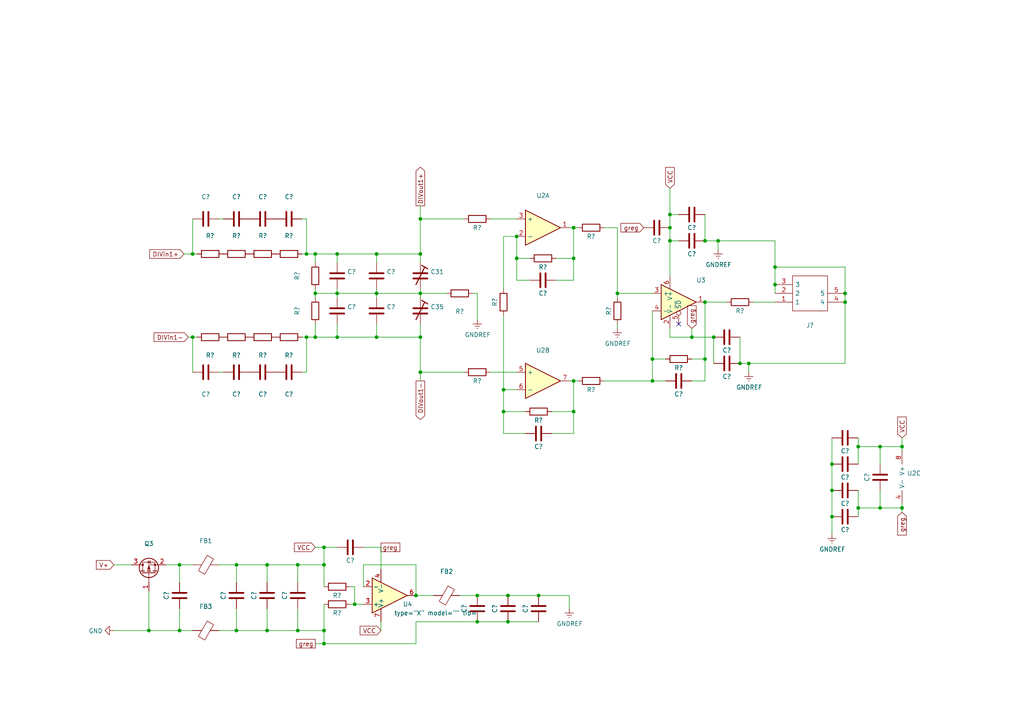
<source format=kicad_sch>
(kicad_sch (version 20211123) (generator eeschema)
  (paper "A4")
  (lib_symbols
    (symbol "Device:C" (pin_numbers hide) (pin_names (offset 0.254))
      (property "Reference" "C" (at 0.635 2.54 0))
      (property "Value" "C" (at 0.635 -2.54 0))
      (symbol "C_0_1"
        (polyline (pts (xy -2.032 -0.762) (xy 2.032 -0.762)) (stroke (width 0.508)))
        (polyline (pts (xy -2.032 0.762) (xy 2.032 0.762)) (stroke (width 0.508)))
      )
      (symbol "C_1_1"
        (pin passive line (at 0 3.81 270) (length 2.794) (name "~") (number "1"))
        (pin passive line (at 0 -3.81 90) (length 2.794) (name "~") (number "2"))
      )
    )
    (symbol "Device:R" (pin_numbers hide) (pin_names (offset 0))
      (property "Reference" "R" (at 2.032 0 90))
      (property "Value" "R" (at 0 0 90))
      (symbol "R_0_1"
        (rectangle (start -1.016 -2.54) (end 1.016 2.54) (stroke (width 0.254)))
      )
      (symbol "R_1_1"
        (pin passive line (at 0 3.81 270) (length 1.27) (name "~") (number "1"))
        (pin passive line (at 0 -3.81 90) (length 1.27) (name "~") (number "2"))
      )
    )
    (symbol "Transistor_FET:AO3401A" (pin_names hide)
      (property "Reference" "Q" (at 5.08 1.905 0))
      (property "Value" "AO3401A" (at 5.08 0 0))
      (symbol "AO3401A_0_1"
        (polyline (pts (xy 0.254 0) (xy -2.54 0)))
        (polyline (pts (xy 0.254 1.905) (xy 0.254 -1.905)) (stroke (width 0.254)))
        (polyline (pts (xy 0.762 -1.27) (xy 0.762 -2.286)) (stroke (width 0.254)))
        (polyline (pts (xy 0.762 0.508) (xy 0.762 -0.508)) (stroke (width 0.254)))
        (polyline (pts (xy 0.762 2.286) (xy 0.762 1.27)) (stroke (width 0.254)))
        (polyline (pts (xy 2.54 2.54) (xy 2.54 1.778)))
        (polyline (pts (xy 2.54 -2.54) (xy 2.54 0) (xy 0.762 0)))
        (polyline (pts (xy 0.762 1.778) (xy 3.302 1.778) (xy 3.302 -1.778) (xy 0.762 -1.778)))
        (polyline (pts (xy 2.286 0) (xy 1.27 0.381) (xy 1.27 -0.381) (xy 2.286 0)) (fill (type outline)))
        (polyline (pts (xy 2.794 -0.508) (xy 2.921 -0.381) (xy 3.683 -0.381) (xy 3.81 -0.254)))
        (polyline (pts (xy 3.302 -0.381) (xy 2.921 0.254) (xy 3.683 0.254) (xy 3.302 -0.381)))
        (circle (center 1.651 0) (radius 2.794) (stroke (width 0.254)))
        (circle (center 2.54 -1.778) (radius 0.254) (fill (type outline)))
        (circle (center 2.54 1.778) (radius 0.254) (fill (type outline)))
      )
      (symbol "AO3401A_1_1"
        (pin input line (at -5.08 0 0) (length 2.54) (name "G") (number "1"))
        (pin passive line (at 2.54 -5.08 90) (length 2.54) (name "S") (number "2"))
        (pin passive line (at 2.54 5.08 270) (length 2.54) (name "D") (number "3"))
      )
    )
    (symbol "dad_bob-rescue:BNC5-J-P-GN-RA-BH2D-BNC5-J-P-GN-RA-BH2D" (pin_names (offset 0.762))
      (property "Reference" "J" (at 16.51 7.62 0))
      (property "Value" "BNC5-J-P-GN-RA-BH2D-BNC5-J-P-GN-RA-BH2D" (at 16.51 5.08 0))
      (symbol "BNC5-J-P-GN-RA-BH2D-BNC5-J-P-GN-RA-BH2D_0_0"
        (pin passive line (at 0 0 0) (length 5.08) (name "1") (number "1"))
        (pin passive line (at 0 -2.54 0) (length 5.08) (name "2") (number "2"))
        (pin passive line (at 0 -5.08 0) (length 5.08) (name "3") (number "3"))
        (pin passive line (at 20.32 0 180) (length 5.08) (name "4") (number "4"))
        (pin passive line (at 20.32 -2.54 180) (length 5.08) (name "5") (number "5"))
      )
      (symbol "BNC5-J-P-GN-RA-BH2D-BNC5-J-P-GN-RA-BH2D_0_1"
        (polyline (pts (xy 5.08 2.54) (xy 15.24 2.54) (xy 15.24 -7.62) (xy 5.08 -7.62) (xy 5.08 2.54)) (stroke (width 0.1524)))
      )
    )
    (symbol "dad_bob-rescue:CTRIM-Device" (pin_numbers hide) (pin_names (offset 0.254) hide)
      (property "Reference" "C" (at 1.524 -2.032 0))
      (property "Value" "CTRIM-Device" (at 3.048 -3.556 0))
      (symbol "CTRIM-Device_0_1"
        (polyline (pts (xy -2.032 -0.762) (xy 2.032 -0.762)) (stroke (width 0.508)))
        (polyline (pts (xy -2.032 0.762) (xy 2.032 0.762)) (stroke (width 0.508)))
        (polyline (pts (xy 1.27 2.54) (xy -1.27 -2.54)) (stroke (width 0.3048)))
        (polyline (pts (xy 1.27 2.54) (xy 0.381 3.048)) (stroke (width 0.3048)))
        (polyline (pts (xy 1.27 2.54) (xy 2.159 2.032)) (stroke (width 0.3048)))
      )
      (symbol "CTRIM-Device_1_1"
        (pin passive line (at 0 3.81 270) (length 3.048) (name "~") (number "1"))
        (pin passive line (at 0 -3.81 90) (length 3.048) (name "~") (number "2"))
      )
    )
    (symbol "dad_bob-rescue:Ferrite_Bead-Device" (pin_numbers hide) (pin_names (offset 0))
      (property "Reference" "FB" (at -3.81 0.635 90))
      (property "Value" "Ferrite_Bead-Device" (at 3.81 0 90))
      (symbol "Ferrite_Bead-Device_0_1"
        (polyline (pts (xy 0 -1.27) (xy 0 -1.2192)))
        (polyline (pts (xy 0 1.27) (xy 0 1.2954)))
        (polyline (pts (xy -2.7686 0.4064) (xy -1.7018 2.2606) (xy 2.7686 -0.3048) (xy 1.6764 -2.159) (xy -2.7686 0.4064)))
      )
      (symbol "Ferrite_Bead-Device_1_1"
        (pin passive line (at 0 3.81 270) (length 2.54) (name "~") (number "1"))
        (pin passive line (at 0 -3.81 90) (length 2.54) (name "~") (number "2"))
      )
    )
    (symbol "dad_bob-rescue:LM7301-00_kyuditsky_kicad" (pin_names (offset 0.254))
      (property "Reference" "U" (at 3.81 3.175 0))
      (property "Value" "LM7301-00_kyuditsky_kicad" (at 3.81 -3.175 0))
      (symbol "LM7301-00_kyuditsky_kicad_0_1"
        (polyline (pts (xy 5.08 0) (xy -5.08 5.08) (xy -5.08 -5.08) (xy 5.08 0)) (stroke (width 0.254)) (fill (type background)))
      )
      (symbol "LM7301-00_kyuditsky_kicad_1_1"
        (pin input line (at -7.62 -2.54 0) (length 2.54) (name "-") (number "2"))
        (pin input line (at -7.62 2.54 0) (length 2.54) (name "+") (number "3"))
        (pin power_in line (at -2.54 -7.62 90) (length 3.81) (name "V-") (number "4"))
        (pin output line (at 7.62 0 180) (length 2.54) (name "~") (number "6"))
        (pin power_in line (at -2.54 7.62 270) (length 3.81) (name "V+") (number "7"))
      )
    )
    (symbol "dad_bob-rescue:LTC6268_TSOT-23-Linear_Technology"
      (property "Reference" "U" (at 3.81 5.08 0))
      (property "Value" "LTC6268_TSOT-23-Linear_Technology" (at 3.81 -5.08 0))
      (symbol "LTC6268_TSOT-23-Linear_Technology_0_1"
        (polyline (pts (xy -5.08 5.08) (xy 5.08 0) (xy -5.08 -5.08) (xy -5.08 5.08)) (stroke (width 0.254)) (fill (type background)))
        (pin power_in line (at -2.54 -7.62 90) (length 3.81) (name "V-") (number "2"))
        (pin input inverted (at 0 -6.35 90) (length 3.81) (name "~{SD}") (number "5"))
        (pin power_in line (at -2.54 7.62 270) (length 3.81) (name "V+") (number "6"))
      )
      (symbol "LTC6268_TSOT-23-Linear_Technology_1_1"
        (pin output line (at 7.62 0 180) (length 2.54) (name "~") (number "1"))
        (pin input line (at -7.62 2.54 0) (length 2.54) (name "+") (number "3"))
        (pin input line (at -7.62 -2.54 0) (length 2.54) (name "-") (number "4"))
      )
    )
    (symbol "dad_bob-rescue:Opamp_Dual_Generic-Device"
      (property "Reference" "U" (at 0 5.08 0))
      (property "Value" "Opamp_Dual_Generic-Device" (at 0 -5.08 0))
      (symbol "Opamp_Dual_Generic-Device_1_1"
        (polyline (pts (xy -5.08 5.08) (xy 5.08 0) (xy -5.08 -5.08) (xy -5.08 5.08)) (stroke (width 0.254)) (fill (type background)))
        (pin output line (at 7.62 0 180) (length 2.54) (name "~") (number "1"))
        (pin input line (at -7.62 -2.54 0) (length 2.54) (name "-") (number "2"))
        (pin input line (at -7.62 2.54 0) (length 2.54) (name "+") (number "3"))
      )
      (symbol "Opamp_Dual_Generic-Device_2_1"
        (polyline (pts (xy -5.08 5.08) (xy 5.08 0) (xy -5.08 -5.08) (xy -5.08 5.08)) (stroke (width 0.254)) (fill (type background)))
        (pin input line (at -7.62 2.54 0) (length 2.54) (name "+") (number "5"))
        (pin input line (at -7.62 -2.54 0) (length 2.54) (name "-") (number "6"))
        (pin output line (at 7.62 0 180) (length 2.54) (name "~") (number "7"))
      )
      (symbol "Opamp_Dual_Generic-Device_3_1"
        (pin power_in line (at -2.54 -7.62 90) (length 3.81) (name "V-") (number "4"))
        (pin power_in line (at -2.54 7.62 270) (length 3.81) (name "V+") (number "8"))
      )
    )
    (symbol "power:GND" (power) (pin_names (offset 0))
      (property "Value" "GND" (at 0 -3.81 0))
      (symbol "GND_0_1"
        (polyline (pts (xy 0 0) (xy 0 -1.27) (xy 1.27 -1.27) (xy 0 -2.54) (xy -1.27 -1.27) (xy 0 -1.27)))
      )
      (symbol "GND_1_1"
        (pin power_in line (at 0 0 270) (length 0) hide (name "GND") (number "1"))
      )
    )
    (symbol "power:GNDREF" (power) (pin_names (offset 0))
      (property "Value" "GNDREF" (at 0 -3.81 0))
      (symbol "GNDREF_0_1"
        (polyline (pts (xy -0.635 -1.905) (xy 0.635 -1.905)))
        (polyline (pts (xy -0.127 -2.54) (xy 0.127 -2.54)))
        (polyline (pts (xy 0 -1.27) (xy 0 0)))
        (polyline (pts (xy 1.27 -1.27) (xy -1.27 -1.27)))
      )
      (symbol "GNDREF_1_1"
        (pin power_in line (at 0 0 270) (length 0) hide (name "GNDREF") (number "1"))
      )
    )
  )
  (junction (at 102.87 175.26))
  (junction (at 86.36 163.83))
  (junction (at 121.92 73.66))
  (junction (at 93.98 182.88))
  (junction (at 91.44 97.79))
  (junction (at 88.9 73.66))
  (junction (at 194.31 66.04))
  (junction (at 91.44 85.09))
  (junction (at 217.17 105.41))
  (junction (at 248.92 147.32))
  (junction (at 77.47 182.88))
  (junction (at 224.79 77.47))
  (junction (at 52.07 182.88))
  (junction (at 245.11 87.63))
  (junction (at 77.47 163.83))
  (junction (at 156.21 172.72))
  (junction (at 204.47 69.85))
  (junction (at 261.62 129.54))
  (junction (at 147.32 172.72))
  (junction (at 93.98 163.83))
  (junction (at 179.07 85.09))
  (junction (at 214.63 105.41))
  (junction (at 241.3 134.62))
  (junction (at 200.66 97.79))
  (junction (at 121.92 63.5))
  (junction (at 55.88 97.79))
  (junction (at 241.3 142.24))
  (junction (at 109.22 85.09))
  (junction (at 147.32 180.34))
  (junction (at 93.98 158.75))
  (junction (at 204.47 87.63))
  (junction (at 88.9 97.79))
  (junction (at 241.3 149.86))
  (junction (at 120.65 172.72))
  (junction (at 138.43 172.72))
  (junction (at 255.27 129.54))
  (junction (at 146.05 119.38))
  (junction (at 109.22 97.79))
  (junction (at 166.37 74.93))
  (junction (at 224.79 82.55))
  (junction (at 97.79 73.66))
  (junction (at 121.92 97.79))
  (junction (at 149.86 74.93))
  (junction (at 91.44 73.66))
  (junction (at 86.36 182.88))
  (junction (at 149.86 68.58))
  (junction (at 194.31 69.85))
  (junction (at 204.47 104.14))
  (junction (at 68.58 163.83))
  (junction (at 43.18 182.88))
  (junction (at 194.31 62.23))
  (junction (at 207.01 97.79))
  (junction (at 255.27 147.32))
  (junction (at 166.37 119.38))
  (junction (at 166.37 110.49))
  (junction (at 97.79 85.09))
  (junction (at 121.92 107.95))
  (junction (at 121.92 85.09))
  (junction (at 245.11 85.09))
  (junction (at 97.79 97.79))
  (junction (at 109.22 73.66))
  (junction (at 146.05 113.03))
  (junction (at 208.28 69.85))
  (junction (at 166.37 66.04))
  (junction (at 189.23 104.14))
  (junction (at 55.88 73.66))
  (junction (at 138.43 180.34))
  (junction (at 248.92 129.54))
  (junction (at 52.07 163.83))
  (junction (at 189.23 110.49))
  (junction (at 93.98 186.69))
  (junction (at 68.58 182.88))
  (junction (at 261.62 147.32))
  (no_connect (at 196.85 93.98))
  (wire (pts (xy 208.28 69.85) (xy 224.79 69.85)))
  (wire (pts (xy 86.36 168.91) (xy 86.36 163.83)))
  (wire (pts (xy 245.11 77.47) (xy 245.11 85.09)))
  (wire (pts (xy 196.85 62.23) (xy 194.31 62.23)))
  (wire (pts (xy 166.37 110.49) (xy 166.37 119.38)))
  (wire (pts (xy 261.62 147.32) (xy 261.62 146.05)))
  (wire (pts (xy 91.44 97.79) (xy 97.79 97.79)))
  (wire (pts (xy 146.05 125.73) (xy 152.4 125.73)))
  (wire (pts (xy 255.27 129.54) (xy 248.92 129.54)))
  (wire (pts (xy 224.79 85.09) (xy 224.79 82.55)))
  (wire (pts (xy 200.66 97.79) (xy 207.01 97.79)))
  (wire (pts (xy 204.47 87.63) (xy 210.82 87.63)))
  (wire (pts (xy 156.21 172.72) (xy 165.1 172.72)))
  (wire (pts (xy 241.3 134.62) (xy 241.3 127)))
  (wire (pts (xy 149.86 68.58) (xy 149.86 74.93)))
  (wire (pts (xy 109.22 85.09) (xy 109.22 86.36)))
  (wire (pts (xy 194.31 62.23) (xy 194.31 66.04)))
  (wire (pts (xy 52.07 182.88) (xy 55.88 182.88)))
  (wire (pts (xy 146.05 68.58) (xy 149.86 68.58)))
  (wire (pts (xy 121.92 63.5) (xy 134.62 63.5)))
  (wire (pts (xy 214.63 97.79) (xy 214.63 105.41)))
  (wire (pts (xy 109.22 85.09) (xy 121.92 85.09)))
  (wire (pts (xy 97.79 97.79) (xy 109.22 97.79)))
  (wire (pts (xy 200.66 104.14) (xy 204.47 104.14)))
  (wire (pts (xy 149.86 74.93) (xy 153.67 74.93)))
  (wire (pts (xy 142.24 107.95) (xy 149.86 107.95)))
  (wire (pts (xy 77.47 176.53) (xy 77.47 182.88)))
  (wire (pts (xy 194.31 66.04) (xy 194.31 69.85)))
  (wire (pts (xy 179.07 66.04) (xy 179.07 85.09)))
  (wire (pts (xy 241.3 149.86) (xy 241.3 142.24)))
  (wire (pts (xy 133.35 172.72) (xy 138.43 172.72)))
  (wire (pts (xy 204.47 69.85) (xy 208.28 69.85)))
  (wire (pts (xy 102.87 170.18) (xy 102.87 175.26)))
  (wire (pts (xy 166.37 74.93) (xy 166.37 81.28)))
  (wire (pts (xy 121.92 97.79) (xy 109.22 97.79)))
  (wire (pts (xy 138.43 172.72) (xy 147.32 172.72)))
  (wire (pts (xy 189.23 85.09) (xy 179.07 85.09)))
  (wire (pts (xy 224.79 82.55) (xy 224.79 77.47)))
  (wire (pts (xy 248.92 142.24) (xy 248.92 147.32)))
  (wire (pts (xy 261.62 148.59) (xy 261.62 147.32)))
  (wire (pts (xy 68.58 168.91) (xy 68.58 163.83)))
  (wire (pts (xy 146.05 119.38) (xy 152.4 119.38)))
  (wire (pts (xy 120.65 172.72) (xy 125.73 172.72)))
  (wire (pts (xy 33.02 163.83) (xy 38.1 163.83)))
  (wire (pts (xy 166.37 66.04) (xy 167.64 66.04)))
  (wire (pts (xy 52.07 163.83) (xy 48.26 163.83)))
  (wire (pts (xy 55.88 73.66) (xy 57.15 73.66)))
  (wire (pts (xy 138.43 180.34) (xy 120.65 180.34)))
  (wire (pts (xy 55.88 97.79) (xy 54.61 97.79)))
  (wire (pts (xy 248.92 129.54) (xy 248.92 134.62)))
  (wire (pts (xy 55.88 97.79) (xy 57.15 97.79)))
  (wire (pts (xy 121.92 83.82) (xy 121.92 85.09)))
  (wire (pts (xy 204.47 87.63) (xy 204.47 104.14)))
  (wire (pts (xy 88.9 97.79) (xy 91.44 97.79)))
  (wire (pts (xy 255.27 134.62) (xy 255.27 129.54)))
  (wire (pts (xy 91.44 76.2) (xy 91.44 73.66)))
  (wire (pts (xy 165.1 66.04) (xy 166.37 66.04)))
  (wire (pts (xy 110.49 158.75) (xy 110.49 165.1)))
  (wire (pts (xy 93.98 182.88) (xy 93.98 175.26)))
  (wire (pts (xy 147.32 180.34) (xy 138.43 180.34)))
  (wire (pts (xy 175.26 66.04) (xy 179.07 66.04)))
  (wire (pts (xy 179.07 95.25) (xy 179.07 93.98)))
  (wire (pts (xy 217.17 107.95) (xy 217.17 105.41)))
  (wire (pts (xy 200.66 97.79) (xy 200.66 95.25)))
  (wire (pts (xy 138.43 85.09) (xy 137.16 85.09)))
  (wire (pts (xy 88.9 73.66) (xy 87.63 73.66)))
  (wire (pts (xy 86.36 182.88) (xy 93.98 182.88)))
  (wire (pts (xy 43.18 171.45) (xy 43.18 182.88)))
  (wire (pts (xy 166.37 125.73) (xy 160.02 125.73)))
  (wire (pts (xy 120.65 180.34) (xy 120.65 186.69)))
  (wire (pts (xy 68.58 182.88) (xy 77.47 182.88)))
  (wire (pts (xy 88.9 97.79) (xy 87.63 97.79)))
  (wire (pts (xy 121.92 59.69) (xy 121.92 63.5)))
  (wire (pts (xy 121.92 73.66) (xy 121.92 63.5)))
  (wire (pts (xy 121.92 85.09) (xy 121.92 86.36)))
  (wire (pts (xy 97.79 158.75) (xy 93.98 158.75)))
  (wire (pts (xy 121.92 76.2) (xy 121.92 73.66)))
  (wire (pts (xy 261.62 127) (xy 261.62 129.54)))
  (wire (pts (xy 146.05 83.82) (xy 146.05 68.58)))
  (wire (pts (xy 146.05 91.44) (xy 146.05 113.03)))
  (wire (pts (xy 245.11 105.41) (xy 245.11 87.63)))
  (wire (pts (xy 121.92 73.66) (xy 109.22 73.66)))
  (wire (pts (xy 149.86 81.28) (xy 153.67 81.28)))
  (wire (pts (xy 97.79 85.09) (xy 91.44 85.09)))
  (wire (pts (xy 121.92 107.95) (xy 134.62 107.95)))
  (wire (pts (xy 52.07 176.53) (xy 52.07 182.88)))
  (wire (pts (xy 109.22 85.09) (xy 97.79 85.09)))
  (wire (pts (xy 86.36 176.53) (xy 86.36 182.88)))
  (wire (pts (xy 245.11 85.09) (xy 245.11 87.63)))
  (wire (pts (xy 86.36 163.83) (xy 93.98 163.83)))
  (wire (pts (xy 63.5 182.88) (xy 68.58 182.88)))
  (wire (pts (xy 156.21 180.34) (xy 147.32 180.34)))
  (wire (pts (xy 194.31 69.85) (xy 194.31 80.01)))
  (wire (pts (xy 109.22 83.82) (xy 109.22 85.09)))
  (wire (pts (xy 63.5 163.83) (xy 68.58 163.83)))
  (wire (pts (xy 121.92 107.95) (xy 121.92 97.79)))
  (wire (pts (xy 166.37 81.28) (xy 161.29 81.28)))
  (wire (pts (xy 208.28 69.85) (xy 208.28 72.39)))
  (wire (pts (xy 241.3 154.94) (xy 241.3 149.86)))
  (wire (pts (xy 193.04 110.49) (xy 189.23 110.49)))
  (wire (pts (xy 261.62 129.54) (xy 261.62 130.81)))
  (wire (pts (xy 207.01 97.79) (xy 207.01 105.41)))
  (wire (pts (xy 77.47 163.83) (xy 86.36 163.83)))
  (wire (pts (xy 93.98 186.69) (xy 120.65 186.69)))
  (wire (pts (xy 146.05 113.03) (xy 149.86 113.03)))
  (wire (pts (xy 165.1 172.72) (xy 165.1 176.53)))
  (wire (pts (xy 121.92 107.95) (xy 121.92 110.49)))
  (wire (pts (xy 91.44 93.98) (xy 91.44 97.79)))
  (wire (pts (xy 217.17 105.41) (xy 214.63 105.41)))
  (wire (pts (xy 224.79 77.47) (xy 245.11 77.47)))
  (wire (pts (xy 105.41 163.83) (xy 120.65 163.83)))
  (wire (pts (xy 88.9 73.66) (xy 88.9 63.5)))
  (wire (pts (xy 33.02 182.88) (xy 43.18 182.88)))
  (wire (pts (xy 91.44 85.09) (xy 91.44 86.36)))
  (wire (pts (xy 248.92 147.32) (xy 248.92 149.86)))
  (wire (pts (xy 63.5 107.95) (xy 64.77 107.95)))
  (wire (pts (xy 43.18 182.88) (xy 52.07 182.88)))
  (wire (pts (xy 91.44 186.69) (xy 93.98 186.69)))
  (wire (pts (xy 77.47 182.88) (xy 86.36 182.88)))
  (wire (pts (xy 52.07 163.83) (xy 55.88 163.83)))
  (wire (pts (xy 218.44 87.63) (xy 224.79 87.63)))
  (wire (pts (xy 160.02 119.38) (xy 166.37 119.38)))
  (wire (pts (xy 120.65 163.83) (xy 120.65 172.72)))
  (wire (pts (xy 68.58 163.83) (xy 77.47 163.83)))
  (wire (pts (xy 204.47 62.23) (xy 204.47 69.85)))
  (wire (pts (xy 166.37 66.04) (xy 166.37 74.93)))
  (wire (pts (xy 53.34 73.66) (xy 55.88 73.66)))
  (wire (pts (xy 166.37 119.38) (xy 166.37 125.73)))
  (wire (pts (xy 88.9 63.5) (xy 87.63 63.5)))
  (wire (pts (xy 77.47 163.83) (xy 77.47 168.91)))
  (wire (pts (xy 97.79 93.98) (xy 97.79 97.79)))
  (wire (pts (xy 193.04 104.14) (xy 189.23 104.14)))
  (wire (pts (xy 91.44 73.66) (xy 97.79 73.66)))
  (wire (pts (xy 196.85 69.85) (xy 194.31 69.85)))
  (wire (pts (xy 87.63 107.95) (xy 88.9 107.95)))
  (wire (pts (xy 110.49 182.88) (xy 110.49 180.34)))
  (wire (pts (xy 97.79 73.66) (xy 109.22 73.66)))
  (wire (pts (xy 91.44 158.75) (xy 93.98 158.75)))
  (wire (pts (xy 194.31 95.25) (xy 194.31 97.79)))
  (wire (pts (xy 121.92 93.98) (xy 121.92 97.79)))
  (wire (pts (xy 97.79 83.82) (xy 97.79 85.09)))
  (wire (pts (xy 255.27 147.32) (xy 248.92 147.32)))
  (wire (pts (xy 179.07 85.09) (xy 179.07 86.36)))
  (wire (pts (xy 194.31 54.61) (xy 194.31 62.23)))
  (wire (pts (xy 102.87 175.26) (xy 105.41 175.26)))
  (wire (pts (xy 166.37 110.49) (xy 167.64 110.49)))
  (wire (pts (xy 121.92 85.09) (xy 129.54 85.09)))
  (wire (pts (xy 105.41 158.75) (xy 110.49 158.75)))
  (wire (pts (xy 175.26 110.49) (xy 189.23 110.49)))
  (wire (pts (xy 93.98 163.83) (xy 93.98 170.18)))
  (wire (pts (xy 101.6 175.26) (xy 102.87 175.26)))
  (wire (pts (xy 146.05 113.03) (xy 146.05 119.38)))
  (wire (pts (xy 91.44 83.82) (xy 91.44 85.09)))
  (wire (pts (xy 52.07 168.91) (xy 52.07 163.83)))
  (wire (pts (xy 93.98 158.75) (xy 93.98 163.83)))
  (wire (pts (xy 93.98 186.69) (xy 93.98 182.88)))
  (wire (pts (xy 224.79 69.85) (xy 224.79 77.47)))
  (wire (pts (xy 165.1 110.49) (xy 166.37 110.49)))
  (wire (pts (xy 97.79 76.2) (xy 97.79 73.66)))
  (wire (pts (xy 55.88 63.5) (xy 55.88 73.66)))
  (wire (pts (xy 109.22 76.2) (xy 109.22 73.66)))
  (wire (pts (xy 55.88 107.95) (xy 55.88 97.79)))
  (wire (pts (xy 146.05 119.38) (xy 146.05 125.73)))
  (wire (pts (xy 194.31 97.79) (xy 200.66 97.79)))
  (wire (pts (xy 88.9 73.66) (xy 91.44 73.66)))
  (wire (pts (xy 68.58 176.53) (xy 68.58 182.88)))
  (wire (pts (xy 217.17 105.41) (xy 245.11 105.41)))
  (wire (pts (xy 248.92 127) (xy 248.92 129.54)))
  (wire (pts (xy 149.86 74.93) (xy 149.86 81.28)))
  (wire (pts (xy 101.6 170.18) (xy 102.87 170.18)))
  (wire (pts (xy 241.3 142.24) (xy 241.3 134.62)))
  (wire (pts (xy 161.29 74.93) (xy 166.37 74.93)))
  (wire (pts (xy 189.23 90.17) (xy 189.23 104.14)))
  (wire (pts (xy 88.9 107.95) (xy 88.9 97.79)))
  (wire (pts (xy 189.23 104.14) (xy 189.23 110.49)))
  (wire (pts (xy 64.77 63.5) (xy 63.5 63.5)))
  (wire (pts (xy 109.22 93.98) (xy 109.22 97.79)))
  (wire (pts (xy 204.47 104.14) (xy 204.47 110.49)))
  (wire (pts (xy 138.43 92.71) (xy 138.43 85.09)))
  (wire (pts (xy 255.27 129.54) (xy 261.62 129.54)))
  (wire (pts (xy 147.32 172.72) (xy 156.21 172.72)))
  (wire (pts (xy 255.27 147.32) (xy 261.62 147.32)))
  (wire (pts (xy 105.41 170.18) (xy 105.41 163.83)))
  (wire (pts (xy 255.27 142.24) (xy 255.27 147.32)))
  (wire (pts (xy 204.47 110.49) (xy 200.66 110.49)))
  (wire (pts (xy 97.79 85.09) (xy 97.79 86.36)))
  (wire (pts (xy 149.86 63.5) (xy 142.24 63.5)))
  (global_label "V+" (shape input) (at 33.02 163.83 180) (property "Intersheet References" "${INTERSHEET_REFS}" (effects hide)))
  (global_label "greg" (shape passive) (at 91.44 186.69 180) (property "Intersheet References" "${INTERSHEET_REFS}" (effects hide)))
  (global_label "DIVin1+" (shape input) (at 53.34 73.66 180) (property "Intersheet References" "${INTERSHEET_REFS}" (effects hide)))
  (global_label "VCC" (shape input) (at 194.31 54.61 90) (property "Intersheet References" "${INTERSHEET_REFS}" (effects hide)))
  (global_label "VCC" (shape input) (at 261.62 127 90) (property "Intersheet References" "${INTERSHEET_REFS}" (effects hide)))
  (global_label "DIVout1+" (shape output) (at 121.92 59.69 90) (property "Intersheet References" "${INTERSHEET_REFS}" (effects hide)))
  (global_label "greg" (shape input) (at 200.66 95.25 90) (property "Intersheet References" "${INTERSHEET_REFS}" (effects hide)))
  (global_label "greg" (shape input) (at 186.69 66.04 180) (property "Intersheet References" "${INTERSHEET_REFS}" (effects hide)))
  (global_label "DIVin1-" (shape input) (at 54.61 97.79 180) (property "Intersheet References" "${INTERSHEET_REFS}" (effects hide)))
  (global_label "DIVout1-" (shape output) (at 121.92 110.49 270) (property "Intersheet References" "${INTERSHEET_REFS}" (effects hide)))
  (global_label "greg" (shape input) (at 261.62 148.59 270) (property "Intersheet References" "${INTERSHEET_REFS}" (effects hide)))
  (global_label "VCC" (shape input) (at 91.44 158.75 180) (property "Intersheet References" "${INTERSHEET_REFS}" (effects hide)))
  (global_label "greg" (shape passive) (at 110.49 158.75 0) (property "Intersheet References" "${INTERSHEET_REFS}" (effects hide)))
  (global_label "VCC" (shape input) (at 110.49 182.88 180) (property "Intersheet References" "${INTERSHEET_REFS}" (effects hide)))
  (symbol (lib_id "dad_bob-rescue:CTRIM-Device") (at 121.92 90.17 0) (unit 1)
    (property "Reference" "C35" (at 124.8664 89.0016 0) (effects (justify left)))
  )
  (symbol (lib_id "dad_bob-rescue:CTRIM-Device") (at 121.92 80.01 0) (unit 1)
    (property "Reference" "C31" (at 124.8664 78.8416 0) (effects (justify left)))
  )
  (symbol (lib_id "Transistor_FET:AO3401A") (at 43.18 166.37 90) (unit 1)
    (property "Reference" "Q3" (at 43.18 157.6832 90))
    (property "Datasheet" "http://www.aosmd.com/pdfs/datasheet/AO3401A.pdf" (effects hide))
  )
  (symbol (lib_id "dad_bob-rescue:LM7301-00_kyuditsky_kicad") (at 113.03 172.72 0) (mirror x) (unit 1)
    (property "Reference" "U4" (at 116.84 175.26 0) (effects (justify left)))
    (property "Datasheet" "https://www.analog.com/media/en/technical-documentation/data-sheets/62689f.pdf" (effects hide))
    (property "Spice_Netlist_Enabled" "Y" (effects hide))
    (property "Spice_Primitive" "X" (effects hide))
  )
  (symbol (lib_id "Device:C") (at 52.07 172.72 180) (unit 1)
    (property "Reference" "C?" (at 48.26 172.72 90))
  )
  (symbol (lib_id "Device:C") (at 68.58 172.72 180) (unit 1)
    (property "Reference" "C?" (at 64.77 172.72 90))
  )
  (symbol (lib_id "Device:C") (at 77.47 172.72 180) (unit 1)
    (property "Reference" "C?" (at 73.66 172.72 90))
  )
  (symbol (lib_id "Device:C") (at 86.36 172.72 180) (unit 1)
    (property "Reference" "C?" (at 82.55 172.72 90))
  )
  (symbol (lib_id "dad_bob-rescue:Ferrite_Bead-Device") (at 59.69 163.83 270) (unit 1)
    (property "Reference" "FB1" (at 59.69 156.8704 90))
  )
  (symbol (lib_id "dad_bob-rescue:Ferrite_Bead-Device") (at 59.69 182.88 270) (unit 1)
    (property "Reference" "FB3" (at 59.69 175.9204 90))
  )
  (symbol (lib_id "Device:R") (at 97.79 170.18 270) (unit 1)
    (property "Reference" "R?" (at 97.79 172.72 90))
  )
  (symbol (lib_id "Device:R") (at 97.79 175.26 270) (unit 1)
    (property "Reference" "R?" (at 97.79 177.8 90))
  )
  (symbol (lib_id "Device:C") (at 101.6 158.75 270) (unit 1)
    (property "Reference" "C?" (at 101.6 162.56 90))
  )
  (symbol (lib_id "dad_bob-rescue:Ferrite_Bead-Device") (at 129.54 172.72 270) (unit 1)
    (property "Reference" "FB2" (at 129.54 165.7604 90))
  )
  (symbol (lib_id "Device:C") (at 138.43 176.53 180) (unit 1)
    (property "Reference" "C?" (at 134.62 176.53 90))
  )
  (symbol (lib_id "Device:C") (at 147.32 176.53 180) (unit 1)
    (property "Reference" "C?" (at 143.51 176.53 90))
  )
  (symbol (lib_id "Device:C") (at 156.21 176.53 180) (unit 1)
    (property "Reference" "C?" (at 152.4 176.53 90))
  )
  (symbol (lib_id "Device:R") (at 68.58 73.66 90) (unit 1)
    (property "Reference" "R?" (at 68.58 68.4022 90))
  )
  (symbol (lib_id "Device:R") (at 76.2 73.66 90) (unit 1)
    (property "Reference" "R?" (at 76.2 68.4022 90))
  )
  (symbol (lib_id "Device:R") (at 83.82 73.66 90) (unit 1)
    (property "Reference" "R?" (at 83.82 68.4022 90))
  )
  (symbol (lib_id "Device:R") (at 91.44 80.01 180) (unit 1)
    (property "Reference" "R?" (at 86.1822 80.01 90))
  )
  (symbol (lib_id "Device:R") (at 133.35 85.09 270) (unit 1)
    (property "Reference" "R?" (at 133.35 90.3478 90))
  )
  (symbol (lib_id "Device:R") (at 83.82 97.79 270) (unit 1)
    (property "Reference" "R?" (at 83.82 103.0478 90))
  )
  (symbol (lib_id "Device:R") (at 76.2 97.79 270) (unit 1)
    (property "Reference" "R?" (at 76.2 103.0478 90))
  )
  (symbol (lib_id "Device:R") (at 68.58 97.79 270) (unit 1)
    (property "Reference" "R?" (at 68.58 103.0478 90))
  )
  (symbol (lib_id "Device:C") (at 83.82 63.5 270) (unit 1)
    (property "Reference" "C?" (at 83.82 57.0992 90))
  )
  (symbol (lib_id "Device:C") (at 76.2 63.5 270) (unit 1)
    (property "Reference" "C?" (at 76.2 57.0992 90))
  )
  (symbol (lib_id "Device:C") (at 68.58 63.5 270) (unit 1)
    (property "Reference" "C?" (at 68.58 57.0992 90))
  )
  (symbol (lib_id "Device:C") (at 97.79 80.01 180) (unit 1)
    (property "Reference" "C?" (at 100.711 78.8416 0) (effects (justify right)))
  )
  (symbol (lib_id "Device:C") (at 109.22 80.01 180) (unit 1)
    (property "Reference" "C?" (at 112.141 78.8416 0) (effects (justify right)))
  )
  (symbol (lib_id "Device:R") (at 91.44 90.17 180) (unit 1)
    (property "Reference" "R?" (at 86.1822 90.17 90))
  )
  (symbol (lib_id "Device:C") (at 97.79 90.17 180) (unit 1)
    (property "Reference" "C?" (at 100.711 89.0016 0) (effects (justify right)))
  )
  (symbol (lib_id "Device:C") (at 68.58 107.95 90) (unit 1)
    (property "Reference" "C?" (at 68.58 114.3508 90))
  )
  (symbol (lib_id "Device:C") (at 76.2 107.95 90) (unit 1)
    (property "Reference" "C?" (at 76.2 114.3508 90))
  )
  (symbol (lib_id "Device:C") (at 83.82 107.95 90) (unit 1)
    (property "Reference" "C?" (at 83.82 114.3508 90))
  )
  (symbol (lib_id "Device:C") (at 109.22 90.17 180) (unit 1)
    (property "Reference" "C?" (at 112.141 89.0016 0) (effects (justify right)))
  )
  (symbol (lib_id "Device:R") (at 60.96 73.66 90) (unit 1)
    (property "Reference" "R?" (at 60.96 68.4022 90))
  )
  (symbol (lib_id "Device:R") (at 60.96 97.79 270) (unit 1)
    (property "Reference" "R?" (at 60.96 103.0478 90))
  )
  (symbol (lib_id "Device:C") (at 59.69 107.95 90) (unit 1)
    (property "Reference" "C?" (at 59.69 114.3508 90))
  )
  (symbol (lib_id "Device:C") (at 59.69 63.5 270) (unit 1)
    (property "Reference" "C?" (at 59.69 57.0992 90))
  )
  (symbol (lib_id "dad_bob-rescue:Opamp_Dual_Generic-Device") (at 157.48 66.04 0) (unit 1)
    (property "Reference" "U2" (at 157.48 56.7182 0))
    (property "Datasheet" "https://www.analog.com/media/en/technical-documentation/data-sheets/62689f.pdf" (effects hide))
  )
  (symbol (lib_id "dad_bob-rescue:Opamp_Dual_Generic-Device") (at 157.48 110.49 0) (unit 2)
    (property "Reference" "U2" (at 157.48 101.6 0))
    (property "Datasheet" "https://www.analog.com/media/en/technical-documentation/data-sheets/62689f.pdf" (effects hide))
  )
  (symbol (lib_id "dad_bob-rescue:Opamp_Dual_Generic-Device") (at 264.16 138.43 0) (unit 3)
    (property "Reference" "U2" (at 263.0932 137.2616 0) (effects (justify left)))
    (property "Datasheet" "https://www.analog.com/media/en/technical-documentation/data-sheets/62689f.pdf" (effects hide))
  )
  (symbol (lib_id "Device:R") (at 138.43 63.5 270) (unit 1)
    (property "Reference" "R?" (at 138.43 66.04 90))
  )
  (symbol (lib_id "Device:R") (at 138.43 107.95 270) (unit 1)
    (property "Reference" "R?" (at 138.43 110.49 90))
  )
  (symbol (lib_id "Device:R") (at 157.48 74.93 270) (unit 1)
    (property "Reference" "R?" (at 157.48 77.47 90))
  )
  (symbol (lib_id "Device:C") (at 157.48 81.28 270) (unit 1)
    (property "Reference" "C?" (at 157.48 85.09 90))
  )
  (symbol (lib_id "Device:C") (at 156.21 125.73 270) (unit 1)
    (property "Reference" "C?" (at 156.21 129.54 90))
  )
  (symbol (lib_id "Device:R") (at 156.21 119.38 270) (unit 1)
    (property "Reference" "R?" (at 156.21 121.92 90))
  )
  (symbol (lib_id "Device:R") (at 171.45 66.04 270) (unit 1)
    (property "Reference" "R?" (at 171.45 68.58 90))
  )
  (symbol (lib_id "Device:R") (at 179.07 90.17 180) (unit 1)
    (property "Reference" "R?" (at 176.53 90.17 90))
  )
  (symbol (lib_id "Device:R") (at 146.05 87.63 180) (unit 1)
    (property "Reference" "R?" (at 143.51 87.63 90))
  )
  (symbol (lib_id "Device:R") (at 171.45 110.49 270) (unit 1)
    (property "Reference" "R?" (at 171.45 113.03 90))
  )
  (symbol (lib_id "dad_bob-rescue:LTC6268_TSOT-23-Linear_Technology") (at 196.85 87.63 0) (unit 1)
    (property "Reference" "U3" (at 201.93 81.28 0) (effects (justify left)))
    (property "Datasheet" "https://www.analog.com/media/en/technical-documentation/data-sheets/62689f.pdf" (effects hide))
    (property "MFN" "Linear Technology" (effects hide))
    (property "MFP" "LTC6268" (effects hide))
  )
  (symbol (lib_id "Device:R") (at 196.85 104.14 270) (unit 1)
    (property "Reference" "R?" (at 196.85 106.68 90))
  )
  (symbol (lib_id "Device:C") (at 196.85 110.49 270) (unit 1)
    (property "Reference" "C?" (at 196.85 114.3 90))
  )
  (symbol (lib_id "Device:R") (at 214.63 87.63 270) (unit 1)
    (property "Reference" "R?" (at 214.63 90.17 90))
  )
  (symbol (lib_id "Device:C") (at 200.66 69.85 270) (unit 1)
    (property "Reference" "C?" (at 200.66 73.66 90))
  )
  (symbol (lib_id "Device:C") (at 200.66 62.23 270) (unit 1)
    (property "Reference" "C?" (at 200.66 66.04 90))
  )
  (symbol (lib_id "Device:C") (at 190.5 66.04 270) (unit 1)
    (property "Reference" "C?" (at 190.5 69.85 90))
  )
  (symbol (lib_id "Device:C") (at 210.82 105.41 270) (unit 1)
    (property "Reference" "C?" (at 210.82 109.22 90))
  )
  (symbol (lib_id "Device:C") (at 210.82 97.79 270) (unit 1)
    (property "Reference" "C?" (at 210.82 101.6 90))
  )
  (symbol (lib_id "dad_bob-rescue:BNC5-J-P-GN-RA-BH2D-BNC5-J-P-GN-RA-BH2D") (at 224.79 87.63 0) (mirror x) (unit 1)
    (property "Reference" "J?" (at 234.95 94.361 0))
    (property "Datasheet" "http://suddendocs.samtec.com/prints/bnc5-j-p-xx-ra-bh2d-mkt.pdf" (effects hide))
    (property "Description" "SAMTEC - BNC5-J-P-GN-RA-BH2D - RF COAXIAL, BNC JACK, 50 OHM, PCB" (effects hide))
    (property "Height" "10.8" (effects hide))
    (property "Mouser Part Number" "200-BNC5JPGNRABH2D" (effects hide))
    (property "Mouser Price/Stock" "https://www.mouser.co.uk/ProductDetail/Samtec/BNC5-J-P-GN-RA-BH2D?qs=PB6%2FjmICvI2u%2FOQtySH%252B3g%3D%3D" (effects hide))
    (property "Manufacturer_Name" "SAMTEC" (effects hide))
    (property "Manufacturer_Part_Number" "BNC5-J-P-GN-RA-BH2D" (effects hide))
    (property "Spice_Primitive" "R" (effects hide))
    (property "Spice_Model" "1" (effects hide))
    (property "Spice_Netlist_Enabled" "N" (effects hide))
  )
  (symbol (lib_id "Device:C") (at 245.11 134.62 270) (unit 1)
    (property "Reference" "C?" (at 245.11 138.43 90))
  )
  (symbol (lib_id "Device:C") (at 245.11 142.24 270) (unit 1)
    (property "Reference" "C?" (at 245.11 146.05 90))
  )
  (symbol (lib_id "Device:C") (at 245.11 127 270) (unit 1)
    (property "Reference" "C?" (at 245.11 130.81 90))
  )
  (symbol (lib_id "Device:C") (at 245.11 149.86 270) (unit 1)
    (property "Reference" "C?" (at 245.11 153.67 90))
  )
  (symbol (lib_id "Device:C") (at 255.27 138.43 180) (unit 1)
    (property "Reference" "C?" (at 251.46 138.43 90))
  )
  (symbol (lib_id "power:GNDREF") (at 165.1 176.53 0) (unit 1)
    (property "Reference" "#PWR020" (effects hide))
  )
  (symbol (lib_id "power:GNDREF") (at 241.3 154.94 0) (unit 1)
    (property "Reference" "#PWR019" (effects hide))
  )
  (symbol (lib_id "power:GNDREF") (at 217.17 107.95 0) (unit 1)
    (property "Reference" "#PWR018" (effects hide))
  )
  (symbol (lib_id "power:GNDREF") (at 208.28 72.39 0) (unit 1)
    (property "Reference" "#PWR015" (effects hide))
  )
  (symbol (lib_id "power:GNDREF") (at 138.43 92.71 0) (unit 1)
    (property "Reference" "#PWR016" (effects hide))
  )
  (symbol (lib_id "power:GNDREF") (at 179.07 95.25 0) (unit 1)
    (property "Reference" "#PWR017" (effects hide))
  )
  (symbol (lib_id "power:GND") (at 33.02 182.88 270) (unit 1)
    (property "Reference" "#PWR0101" (effects hide))
  )
)
</source>
